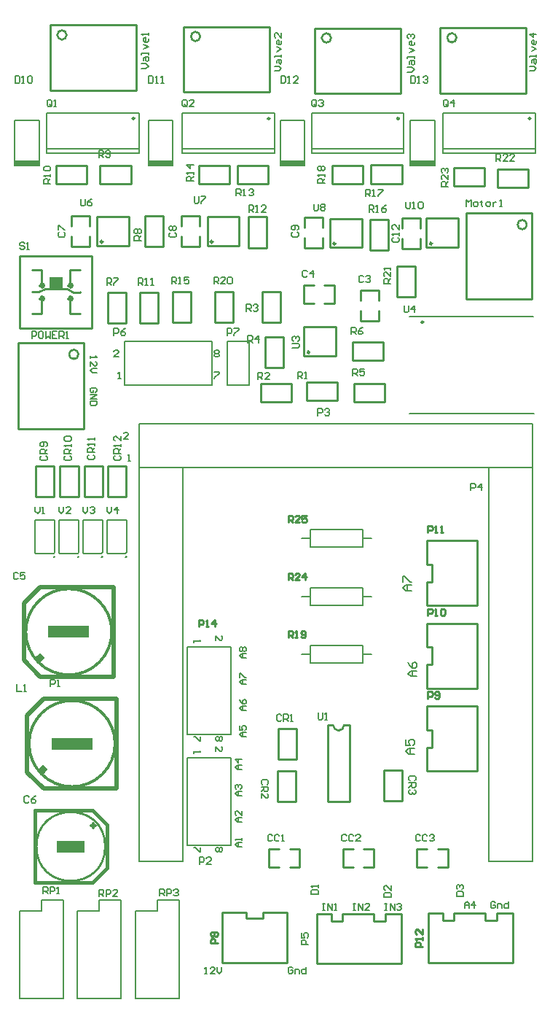
<source format=gto>
G04*
G04 #@! TF.GenerationSoftware,Altium Limited,Altium Designer,18.1.9 (240)*
G04*
G04 Layer_Color=65535*
%FSLAX25Y25*%
%MOIN*%
G70*
G01*
G75*
%ADD10C,0.01000*%
%ADD11C,0.01200*%
%ADD12C,0.00984*%
%ADD13C,0.01800*%
%ADD14C,0.01500*%
%ADD15C,0.00787*%
%ADD16C,0.02000*%
%ADD17C,0.00500*%
%ADD18C,0.01378*%
%ADD19C,0.01968*%
%ADD20C,0.00800*%
%ADD21R,0.12847X0.05510*%
%ADD22R,0.11024X0.03150*%
%ADD23R,0.19069X0.05545*%
%ADD24R,0.06000X0.05200*%
D10*
X12513Y73098D02*
G03*
X12513Y73100I15748J0D01*
G01*
X148300Y128600D02*
G03*
X153300Y128600I2500J0D01*
G01*
X193600Y348664D02*
G03*
X193600Y348664I-566J0D01*
G01*
X53600Y205460D02*
G03*
X53600Y205460I-200J0D01*
G01*
X204736Y442700D02*
G03*
X204736Y442700I-2121J0D01*
G01*
X31721Y298000D02*
G03*
X31721Y298000I-2121J0D01*
G01*
X20700Y205460D02*
G03*
X20700Y205460I-200J0D01*
G01*
X147336Y442600D02*
G03*
X147336Y442600I-2121J0D01*
G01*
X87436Y443300D02*
G03*
X87436Y443300I-2121J0D01*
G01*
X26321Y444000D02*
G03*
X26321Y444000I-2121J0D01*
G01*
X137600Y298964D02*
G03*
X137600Y298964I-566J0D01*
G01*
X149400Y348564D02*
G03*
X149400Y348564I-566J0D01*
G01*
X93300Y349464D02*
G03*
X93300Y349464I-566J0D01*
G01*
X42900D02*
G03*
X42900Y349464I-566J0D01*
G01*
X236921Y357285D02*
G03*
X236921Y357285I-2121J0D01*
G01*
X42633Y205460D02*
G03*
X42633Y205460I-200J0D01*
G01*
X31667D02*
G03*
X31667Y205460I-200J0D01*
G01*
X218000Y39206D02*
X223300D01*
Y42700D01*
X198400Y39206D02*
X203400D01*
X198400D02*
Y42700D01*
X230600Y20000D02*
Y42700D01*
X191700Y20000D02*
Y42700D01*
Y20000D02*
X230600D01*
X191700Y42700D02*
X198400D01*
X223300D02*
X230600D01*
X203400D02*
X218000D01*
Y39206D02*
Y42700D01*
X203400Y39206D02*
Y42700D01*
X186684Y63519D02*
X191338D01*
X196062D02*
X200716D01*
X196062Y71881D02*
X200716D01*
X186684D02*
X191338D01*
X200716Y63519D02*
Y71881D01*
X186684Y63519D02*
Y71881D01*
X185981Y324184D02*
Y338216D01*
X177619Y324184D02*
Y338216D01*
X185981D01*
X177619Y324184D02*
X185981D01*
X32400Y326400D02*
X32500Y326500D01*
X29600Y326400D02*
X32400D01*
X26400Y328100D02*
X29600Y326400D01*
X13500Y326500D02*
X16400Y328100D01*
X10500Y326500D02*
X13500D01*
X15000Y316500D02*
Y322500D01*
X10500Y316500D02*
X15000D01*
X28000D02*
Y322500D01*
Y316500D02*
X32500D01*
X28000Y330500D02*
Y336500D01*
X32500D01*
X10500D02*
X15000D01*
Y329500D02*
Y336500D01*
X16400Y328100D02*
X26400D01*
X5000Y310000D02*
Y343000D01*
X38000D01*
Y310000D02*
Y343000D01*
X5000Y310000D02*
X38000D01*
X145800Y93600D02*
Y128600D01*
Y93600D02*
X155800D01*
Y128600D01*
X153300D02*
X155800D01*
X145800D02*
X148300D01*
X191017Y360164D02*
X205583D01*
X191017Y346987D02*
X205583D01*
X191017D02*
Y360164D01*
X205583Y346987D02*
Y360164D01*
X197272Y417239D02*
Y447161D01*
X236643Y417239D02*
Y447161D01*
X197272D02*
X236643D01*
X197272Y417239D02*
X236643D01*
X193600Y194090D02*
Y202040D01*
X191070Y209920D02*
Y213000D01*
Y202040D02*
Y209920D01*
Y194090D02*
X193600D01*
X191070Y183300D02*
Y194090D01*
Y202040D02*
X193600D01*
X214200Y183300D02*
Y213000D01*
X191070D02*
X214200D01*
X191070Y183300D02*
X214200D01*
X45219Y233084D02*
Y247116D01*
X53581Y233084D02*
Y247116D01*
X45219Y233084D02*
X53581D01*
X45219Y247116D02*
X53581D01*
X179881Y93839D02*
Y107871D01*
X171519Y93839D02*
Y107871D01*
X179881D01*
X171519Y93839D02*
X179881D01*
X108390Y40400D02*
X116340D01*
X124220Y42930D02*
X127300D01*
X116340D02*
X124220D01*
X108390Y40400D02*
Y42930D01*
X97600D02*
X108390D01*
X116340Y40400D02*
Y42930D01*
X97600Y19800D02*
X127300D01*
Y42930D01*
X97600Y19800D02*
Y42930D01*
X34419Y233084D02*
Y247116D01*
X42781Y233084D02*
Y247116D01*
X34419Y233084D02*
X42781D01*
X34419Y247116D02*
X42781D01*
X12319Y232884D02*
Y246916D01*
X20681Y232884D02*
Y246916D01*
X12319Y232884D02*
X20681D01*
X12319Y246916D02*
X20681D01*
X23352Y233084D02*
Y247116D01*
X31714Y233084D02*
Y247116D01*
X23352Y233084D02*
X31714D01*
X23352Y247116D02*
X31714D01*
X167000Y38906D02*
X172300D01*
Y42400D01*
X147400Y38906D02*
X152400D01*
X147400D02*
Y42400D01*
X179600Y19700D02*
Y42400D01*
X140700Y19700D02*
Y42400D01*
Y19700D02*
X179600D01*
X140700Y42400D02*
X147400D01*
X172300D02*
X179600D01*
X152400D02*
X167000D01*
Y38906D02*
Y42400D01*
X152400Y38906D02*
Y42400D01*
X191070Y107510D02*
X214200D01*
X191070Y137210D02*
X214200D01*
Y107510D02*
Y137210D01*
X191070Y126250D02*
X193600D01*
X191070Y107510D02*
Y118300D01*
X193600D01*
X191070Y126250D02*
Y134130D01*
Y137210D01*
X193600Y118300D02*
Y126250D01*
X191070Y145405D02*
X214200D01*
X191070Y175105D02*
X214200D01*
Y145405D02*
Y175105D01*
X191070Y164145D02*
X193600D01*
X191070Y145405D02*
Y156195D01*
X193600D01*
X191070Y164145D02*
Y172025D01*
Y175105D01*
X193600Y156195D02*
Y164145D01*
X104529Y384381D02*
X118561D01*
X104529Y376019D02*
X118561D01*
X104529D02*
Y384381D01*
X118561Y376019D02*
Y384381D01*
X4139Y263972D02*
Y303343D01*
X34061Y263972D02*
Y303343D01*
X4139Y263972D02*
X34061D01*
X4139Y303343D02*
X34061D01*
X136284Y276919D02*
Y285281D01*
X150316Y276919D02*
Y285281D01*
X136284D02*
X150316D01*
X136284Y276919D02*
X150316D01*
X115284Y276319D02*
Y284681D01*
X129316Y276319D02*
Y284681D01*
X115284D02*
X129316D01*
X115284Y276319D02*
X129316D01*
X139872Y417139D02*
X179243D01*
X139872Y447061D02*
X179243D01*
Y417139D02*
Y447061D01*
X139872Y417139D02*
Y447061D01*
X79972Y417839D02*
X119343D01*
X79972Y447761D02*
X119343D01*
Y417839D02*
Y447761D01*
X79972Y417839D02*
Y447761D01*
X18857Y418539D02*
X58228D01*
X18857Y448461D02*
X58228D01*
Y418539D02*
Y448461D01*
X18857Y418539D02*
Y448461D01*
X115919Y312684D02*
Y326716D01*
X124281Y312684D02*
Y326716D01*
X115919Y312684D02*
X124281D01*
X115919Y326716D02*
X124281D01*
X117119Y291984D02*
X125481D01*
X117119Y306016D02*
X125481D01*
X117119Y291984D02*
Y306016D01*
X125481Y291984D02*
Y306016D01*
X149583Y297287D02*
Y310464D01*
X135017Y297287D02*
Y310464D01*
Y297287D02*
X149583D01*
X135017Y310464D02*
X149583D01*
X62119Y361416D02*
X70481D01*
X62119Y347384D02*
X70481D01*
Y361416D01*
X62119Y347384D02*
Y361416D01*
X109619Y346784D02*
X117981D01*
X109619Y360816D02*
X117981D01*
X109619Y346784D02*
Y360816D01*
X117981Y346784D02*
Y360816D01*
X203484Y375028D02*
X217516D01*
X203484Y383391D02*
X217516D01*
Y375028D02*
Y383391D01*
X203484Y375028D02*
Y383391D01*
X188181Y346284D02*
Y350938D01*
Y355662D02*
Y360316D01*
X179819Y355662D02*
Y360316D01*
Y346284D02*
Y350938D01*
Y360316D02*
X188181D01*
X179819Y346284D02*
X188181D01*
X147984Y376019D02*
X162016D01*
X147984Y384381D02*
X162016D01*
Y376019D02*
Y384381D01*
X147984Y376019D02*
Y384381D01*
X161383Y346887D02*
Y360064D01*
X146817Y346887D02*
Y360064D01*
Y346887D02*
X161383D01*
X146817Y360064D02*
X161383D01*
X165684Y384481D02*
X179716D01*
X165684Y376119D02*
X179716D01*
X165684D02*
Y384481D01*
X179716Y376119D02*
Y384481D01*
X143481Y346584D02*
Y351238D01*
Y355962D02*
Y360616D01*
X135119Y355962D02*
Y360616D01*
Y346584D02*
Y351238D01*
Y360616D02*
X143481D01*
X135119Y346584D02*
X143481D01*
X86839Y376019D02*
X100871D01*
X86839Y384381D02*
X100871D01*
Y376019D02*
Y384381D01*
X86839Y376019D02*
Y384381D01*
X105283Y347787D02*
Y360964D01*
X90717Y347787D02*
Y360964D01*
Y347787D02*
X105283D01*
X90717Y360964D02*
X105283D01*
X87081Y347384D02*
Y352038D01*
Y356762D02*
Y361416D01*
X78719Y356762D02*
Y361416D01*
Y347384D02*
Y352038D01*
Y361416D02*
X87081D01*
X78719Y347384D02*
X87081D01*
X21484Y376019D02*
X35516D01*
X21484Y384381D02*
X35516D01*
Y376019D02*
Y384381D01*
X21484Y376019D02*
Y384381D01*
X54883Y347787D02*
Y360964D01*
X40317Y347787D02*
Y360964D01*
Y347787D02*
X54883D01*
X40317Y360964D02*
X54883D01*
X36881Y347284D02*
Y351938D01*
Y356662D02*
Y361316D01*
X28519Y356662D02*
Y361316D01*
Y347284D02*
Y351938D01*
Y361316D02*
X36881D01*
X28519Y347284D02*
X36881D01*
X134884Y321319D02*
Y329681D01*
X148916Y321319D02*
Y329681D01*
X134884D02*
X139538D01*
X144262D02*
X148916D01*
X144262Y321319D02*
X148916D01*
X134884D02*
X139538D01*
X160719Y313339D02*
X169081D01*
X160719Y327371D02*
X169081D01*
X160719Y313339D02*
Y317993D01*
Y322717D02*
Y327371D01*
X169081Y322717D02*
Y327371D01*
Y313339D02*
Y317993D01*
X209339Y362628D02*
X239261D01*
X209339Y323257D02*
X239261D01*
Y362628D01*
X209339Y323257D02*
Y362628D01*
X152834Y63519D02*
Y71881D01*
X166866Y63519D02*
Y71881D01*
X152834D02*
X157488D01*
X162212D02*
X166866D01*
X162212Y63519D02*
X166866D01*
X152834D02*
X157488D01*
X118984D02*
Y71881D01*
X133016Y63519D02*
Y71881D01*
X118984D02*
X123638D01*
X128362D02*
X133016D01*
X128362Y63519D02*
X133016D01*
X118984D02*
X123638D01*
X123119Y126871D02*
X131481D01*
X123119Y112839D02*
X131481D01*
Y126871D01*
X123119Y112839D02*
Y126871D01*
X122919Y93739D02*
X131281D01*
X122919Y107771D02*
X131281D01*
X122919Y93739D02*
Y107771D01*
X131281Y93739D02*
Y107771D01*
X157184Y295219D02*
X171216D01*
X157184Y303581D02*
X171216D01*
Y295219D02*
Y303581D01*
X157184Y295219D02*
Y303581D01*
X157884Y276319D02*
X171916D01*
X157884Y284681D02*
X171916D01*
Y276319D02*
Y284681D01*
X157884Y276319D02*
Y284681D01*
X45319Y326171D02*
X53681D01*
X45319Y312139D02*
X53681D01*
Y326171D01*
X45319Y312139D02*
Y326171D01*
X55716Y376019D02*
Y384381D01*
X41684Y376019D02*
Y384381D01*
Y376019D02*
X55716D01*
X41684Y384381D02*
X55716D01*
X59819Y326171D02*
X68181D01*
X59819Y312139D02*
X68181D01*
Y326171D01*
X59819Y312139D02*
Y326171D01*
X237516Y374419D02*
Y382781D01*
X223484Y374419D02*
Y382781D01*
Y374419D02*
X237516D01*
X223484Y382781D02*
X237516D01*
X94319Y326671D02*
X102681D01*
X94319Y312639D02*
X102681D01*
Y326671D01*
X94319Y312639D02*
Y326671D01*
X74986D02*
X83348D01*
X74986Y312639D02*
X83348D01*
Y326671D01*
X74986Y312639D02*
Y326671D01*
X173681Y345484D02*
Y359516D01*
X165319Y345484D02*
Y359516D01*
X173681D01*
X165319Y345484D02*
X173681D01*
X127700Y221200D02*
Y224349D01*
X129274D01*
X129799Y223824D01*
Y222774D01*
X129274Y222250D01*
X127700D01*
X128750D02*
X129799Y221200D01*
X132948D02*
X130849D01*
X132948Y223299D01*
Y223824D01*
X132423Y224349D01*
X131373D01*
X130849Y223824D01*
X136096Y224349D02*
X133997D01*
Y222774D01*
X135047Y223299D01*
X135572D01*
X136096Y222774D01*
Y221725D01*
X135572Y221200D01*
X134522D01*
X133997Y221725D01*
X127700Y194800D02*
Y197949D01*
X129274D01*
X129799Y197424D01*
Y196374D01*
X129274Y195850D01*
X127700D01*
X128750D02*
X129799Y194800D01*
X132948D02*
X130849D01*
X132948Y196899D01*
Y197424D01*
X132423Y197949D01*
X131373D01*
X130849Y197424D01*
X135572Y194800D02*
Y197949D01*
X133997Y196374D01*
X136096D01*
X127800Y168500D02*
Y171649D01*
X129374D01*
X129899Y171124D01*
Y170074D01*
X129374Y169550D01*
X127800D01*
X128849D02*
X129899Y168500D01*
X130949D02*
X131998D01*
X131473D01*
Y171649D01*
X130949Y171124D01*
X133572Y169025D02*
X134097Y168500D01*
X135147D01*
X135671Y169025D01*
Y171124D01*
X135147Y171649D01*
X134097D01*
X133572Y171124D01*
Y170599D01*
X134097Y170074D01*
X135671D01*
X86900Y173500D02*
Y176649D01*
X88474D01*
X88999Y176124D01*
Y175074D01*
X88474Y174549D01*
X86900D01*
X90049Y173500D02*
X91098D01*
X90573D01*
Y176649D01*
X90049Y176124D01*
X94247Y173500D02*
Y176649D01*
X92672Y175074D01*
X94771D01*
X191600Y216500D02*
Y219649D01*
X193174D01*
X193699Y219124D01*
Y218074D01*
X193174Y217549D01*
X191600D01*
X194749Y216500D02*
X195798D01*
X195273D01*
Y219649D01*
X194749Y219124D01*
X197372Y216500D02*
X198422D01*
X197897D01*
Y219649D01*
X197372Y219124D01*
X189100Y27300D02*
X185951D01*
Y28874D01*
X186476Y29399D01*
X187526D01*
X188050Y28874D01*
Y27300D01*
X189100Y30449D02*
Y31498D01*
Y30973D01*
X185951D01*
X186476Y30449D01*
X189100Y35171D02*
Y33072D01*
X187001Y35171D01*
X186476D01*
X185951Y34647D01*
Y33597D01*
X186476Y33072D01*
X191600Y178600D02*
Y181749D01*
X193174D01*
X193699Y181224D01*
Y180174D01*
X193174Y179649D01*
X191600D01*
X194749Y178600D02*
X195798D01*
X195273D01*
Y181749D01*
X194749Y181224D01*
X197372D02*
X197897Y181749D01*
X198947D01*
X199471Y181224D01*
Y179125D01*
X198947Y178600D01*
X197897D01*
X197372Y179125D01*
Y181224D01*
X191600Y140700D02*
Y143849D01*
X193174D01*
X193699Y143324D01*
Y142274D01*
X193174Y141750D01*
X191600D01*
X194749Y141225D02*
X195273Y140700D01*
X196323D01*
X196848Y141225D01*
Y143324D01*
X196323Y143849D01*
X195273D01*
X194749Y143324D01*
Y142799D01*
X195273Y142274D01*
X196848D01*
X95400Y28800D02*
X92251D01*
Y30374D01*
X92776Y30899D01*
X93826D01*
X94350Y30374D01*
Y28800D01*
X92776Y31949D02*
X92251Y32473D01*
Y33523D01*
X92776Y34048D01*
X93301D01*
X93826Y33523D01*
X94350Y34048D01*
X94875D01*
X95400Y33523D01*
Y32473D01*
X94875Y31949D01*
X94350D01*
X93826Y32473D01*
X93301Y31949D01*
X92776D01*
X93826Y32473D02*
Y33523D01*
D11*
X48496Y120100D02*
G03*
X48496Y120100I-19685J0D01*
G01*
X47016Y171200D02*
G03*
X47016Y171200I-19685J0D01*
G01*
D12*
X238696Y405824D02*
G03*
X238696Y405824I-492J0D01*
G01*
X189592Y312792D02*
G03*
X189592Y312792I-492J0D01*
G01*
X119296Y405824D02*
G03*
X119296Y405824I-492J0D01*
G01*
X57396D02*
G03*
X57396Y405824I-492J0D01*
G01*
X178496D02*
G03*
X178496Y405824I-492J0D01*
G01*
D13*
X15707Y329500D02*
G03*
X15707Y329500I-707J0D01*
G01*
X28707D02*
G03*
X28707Y329500I-707J0D01*
G01*
Y323500D02*
G03*
X28707Y323500I-707J0D01*
G01*
X15707D02*
G03*
X15707Y323500I-707J0D01*
G01*
D14*
X11730Y56571D02*
Y89711D01*
X38111Y56571D02*
X44801Y63261D01*
X38111Y89711D02*
X44801Y83021D01*
Y63261D02*
Y83021D01*
X38111Y56571D02*
X44801Y63261D01*
X11730Y56571D02*
X38111D01*
X11730Y89711D02*
X38111D01*
D15*
X183688Y384167D02*
Y405033D01*
X194712Y384167D02*
Y405033D01*
X183688D02*
X194712D01*
X219400Y66300D02*
X239400D01*
X219400Y246300D02*
X239400D01*
Y66300D02*
Y246300D01*
X219400Y66300D02*
Y246300D01*
X109700Y283800D02*
Y303800D01*
X99700D02*
X109700D01*
X99700Y283800D02*
Y303800D01*
Y283800D02*
X109700D01*
X198637Y391848D02*
X240763D01*
X198637Y389880D02*
X240763D01*
X198637Y408383D02*
X240763D01*
Y389880D02*
Y408383D01*
X198637Y389880D02*
Y408383D01*
X58000Y3500D02*
Y43500D01*
X68000D01*
Y48500D01*
X78000D01*
Y3500D02*
Y48500D01*
X58000Y3500D02*
X78000D01*
X183226Y270950D02*
X240116D01*
X183100Y315300D02*
X239990D01*
X53828Y208654D02*
Y222434D01*
X44772Y208654D02*
Y222434D01*
X53828D01*
Y207487D02*
Y208654D01*
X53300Y206960D02*
X53828Y207487D01*
X45200Y206960D02*
X53300D01*
X44772Y207387D02*
X45200Y206960D01*
X44772Y207387D02*
Y208654D01*
X81500Y124400D02*
X101500D01*
X81500Y164400D02*
X101500D01*
Y124400D02*
Y164400D01*
X81500Y124400D02*
Y164400D01*
X161900Y213800D02*
X165900D01*
X133900D02*
X137900D01*
Y209800D02*
X161900D01*
Y217800D01*
X137900D02*
X161900D01*
X137900Y209800D02*
Y217800D01*
X138000Y157100D02*
Y165100D01*
X162000D01*
Y157100D02*
Y165100D01*
X138000Y157100D02*
X162000D01*
X134000Y161100D02*
X138000D01*
X162000D02*
X166000D01*
X137900Y183450D02*
Y191450D01*
X161900D01*
Y183450D02*
Y191450D01*
X137900Y183450D02*
X161900D01*
X133900Y187450D02*
X137900D01*
X161900D02*
X165900D01*
X4700Y3500D02*
X24700D01*
Y48500D01*
X14700D02*
X24700D01*
X14700Y43500D02*
Y48500D01*
X4700Y43500D02*
X14700D01*
X4700Y3500D02*
Y43500D01*
X31350Y3500D02*
X51350D01*
Y48500D01*
X41350D02*
X51350D01*
X41350Y43500D02*
Y48500D01*
X31350Y43500D02*
X41350D01*
X31350Y3500D02*
Y43500D01*
X20928Y208654D02*
Y222434D01*
X11872Y208654D02*
Y222434D01*
X20928D01*
Y207487D02*
Y208654D01*
X20400Y206960D02*
X20928Y207487D01*
X12300Y206960D02*
X20400D01*
X11872Y207387D02*
X12300Y206960D01*
X11872Y207387D02*
Y208654D01*
X239400Y246300D02*
Y266300D01*
X59400Y246300D02*
Y266300D01*
X239400D01*
X59400Y246300D02*
X239400D01*
X124288Y405033D02*
X135312D01*
Y384167D02*
Y405033D01*
X124288Y384167D02*
Y405033D01*
X2688D02*
X13712D01*
Y384167D02*
Y405033D01*
X2688Y384167D02*
Y405033D01*
X79400Y66300D02*
Y246300D01*
X59400Y66300D02*
Y246300D01*
Y66300D02*
X79400D01*
X59400Y246300D02*
X79400D01*
X63788Y405033D02*
X74812D01*
Y384167D02*
Y405033D01*
X63788Y384167D02*
Y405033D01*
X79237Y389880D02*
Y408383D01*
X121363Y389880D02*
Y408383D01*
X79237D02*
X121363D01*
X79237Y389880D02*
X121363D01*
X79237Y391848D02*
X121363D01*
X17337Y389880D02*
Y408383D01*
X59463Y389880D02*
Y408383D01*
X17337D02*
X59463D01*
X17337Y389880D02*
X59463D01*
X17337Y391848D02*
X59463D01*
X138437Y389880D02*
Y408383D01*
X180563Y389880D02*
Y408383D01*
X138437D02*
X180563D01*
X138437Y389880D02*
X180563D01*
X138437Y391848D02*
X180563D01*
X81500Y73700D02*
Y113700D01*
X101500Y73700D02*
Y113700D01*
X81500D02*
X101500D01*
X81500Y73700D02*
X101500D01*
X53000Y283800D02*
X93000D01*
X53000Y303800D02*
X93000D01*
X53000Y283800D02*
Y303800D01*
X93000Y283800D02*
Y303800D01*
X33806Y207387D02*
Y208654D01*
Y207387D02*
X34233Y206960D01*
X42333D01*
X42861Y207487D01*
Y208654D01*
X33806Y222434D02*
X42861D01*
X33806Y208654D02*
Y222434D01*
X42861Y208654D02*
Y222434D01*
X22839Y207387D02*
Y208654D01*
Y207387D02*
X23267Y206960D01*
X31367D01*
X31894Y207487D01*
Y208654D01*
X22839Y222434D02*
X31894D01*
X22839Y208654D02*
Y222434D01*
X31894Y208654D02*
Y222434D01*
D16*
X49274Y99623D02*
Y140572D01*
X8339Y133114D02*
X15809Y140585D01*
X8339Y107094D02*
X15809Y99623D01*
X49274D01*
X15822Y140572D02*
X49274D01*
X8339Y107094D02*
Y133114D01*
X6858Y158194D02*
Y184214D01*
X14342Y191672D02*
X47794D01*
X14329Y150723D02*
X47794D01*
X6858Y158194D02*
X14329Y150723D01*
X6858Y184214D02*
X14329Y191685D01*
X47794Y150723D02*
Y191672D01*
D17*
X108400Y123200D02*
X106401D01*
X105401Y124200D01*
X106401Y125199D01*
X108400D01*
X106901D01*
Y123200D01*
X105401Y128198D02*
Y126199D01*
X106901D01*
X106401Y127199D01*
Y127699D01*
X106901Y128198D01*
X107900D01*
X108400Y127699D01*
Y126699D01*
X107900Y126199D01*
X108400Y135196D02*
X106401D01*
X105401Y136196D01*
X106401Y137196D01*
X108400D01*
X106901D01*
Y135196D01*
X105401Y140194D02*
X105901Y139195D01*
X106901Y138195D01*
X107900D01*
X108400Y138695D01*
Y139695D01*
X107900Y140194D01*
X107400D01*
X106901Y139695D01*
Y138195D01*
X108400Y147192D02*
X106401D01*
X105401Y148192D01*
X106401Y149192D01*
X108400D01*
X106901D01*
Y147192D01*
X105401Y150191D02*
Y152191D01*
X105901D01*
X107900Y150191D01*
X108400D01*
Y159188D02*
X106401D01*
X105401Y160188D01*
X106401Y161188D01*
X108400D01*
X106901D01*
Y159188D01*
X105901Y162187D02*
X105401Y162687D01*
Y163687D01*
X105901Y164187D01*
X106401D01*
X106901Y163687D01*
X107400Y164187D01*
X107900D01*
X108400Y163687D01*
Y162687D01*
X107900Y162187D01*
X107400D01*
X106901Y162687D01*
X106401Y162187D01*
X105901D01*
X106901Y162687D02*
Y163687D01*
X37100Y297200D02*
Y296200D01*
Y296700D01*
X40099D01*
X39599Y297200D01*
X37100Y292702D02*
Y294701D01*
X39099Y292702D01*
X39599D01*
X40099Y293201D01*
Y294201D01*
X39599Y294701D01*
X40099Y291702D02*
X38100D01*
X37100Y290702D01*
X38100Y289702D01*
X40099D01*
X39599Y280705D02*
X40099Y281205D01*
Y282205D01*
X39599Y282705D01*
X37600D01*
X37100Y282205D01*
Y281205D01*
X37600Y280705D01*
X38600D01*
Y281705D01*
X37100Y279706D02*
X40099D01*
X37100Y277706D01*
X40099D01*
Y276707D02*
X37100D01*
Y275207D01*
X37600Y274707D01*
X39599D01*
X40099Y275207D01*
Y276707D01*
X208500Y44800D02*
Y46799D01*
X209500Y47799D01*
X210499Y46799D01*
Y44800D01*
Y46299D01*
X208500D01*
X212999Y44800D02*
Y47799D01*
X211499Y46299D01*
X213498D01*
X222496Y47299D02*
X221996Y47799D01*
X220996D01*
X220496Y47299D01*
Y45300D01*
X220996Y44800D01*
X221996D01*
X222496Y45300D01*
Y46299D01*
X221496D01*
X223495Y44800D02*
Y46799D01*
X224995D01*
X225495Y46299D01*
Y44800D01*
X228493Y47799D02*
Y44800D01*
X226994D01*
X226494Y45300D01*
Y46299D01*
X226994Y46799D01*
X228493D01*
X143400Y46999D02*
X144400D01*
X143900D01*
Y44000D01*
X143400D01*
X144400D01*
X145899D02*
Y46999D01*
X147898Y44000D01*
Y46999D01*
X148898Y44000D02*
X149898D01*
X149398D01*
Y46999D01*
X148898Y46499D01*
X157396Y46999D02*
X158395D01*
X157895D01*
Y44000D01*
X157396D01*
X158395D01*
X159895D02*
Y46999D01*
X161894Y44000D01*
Y46999D01*
X164893Y44000D02*
X162894D01*
X164893Y45999D01*
Y46499D01*
X164393Y46999D01*
X163393D01*
X162894Y46499D01*
X171891Y46999D02*
X172890D01*
X172391D01*
Y44000D01*
X171891D01*
X172890D01*
X174390D02*
Y46999D01*
X176389Y44000D01*
Y46999D01*
X177389Y46499D02*
X177889Y46999D01*
X178888D01*
X179388Y46499D01*
Y45999D01*
X178888Y45500D01*
X178389D01*
X178888D01*
X179388Y45000D01*
Y44500D01*
X178888Y44000D01*
X177889D01*
X177389Y44500D01*
X185500Y115300D02*
X182876D01*
X181564Y116612D01*
X182876Y117924D01*
X185500D01*
X183532D01*
Y115300D01*
X181564Y121860D02*
Y119236D01*
X183532D01*
X182876Y120548D01*
Y121204D01*
X183532Y121860D01*
X184844D01*
X185500Y121204D01*
Y119892D01*
X184844Y119236D01*
X186500Y150800D02*
X183876D01*
X182564Y152112D01*
X183876Y153424D01*
X186500D01*
X184532D01*
Y150800D01*
X182564Y157360D02*
X183220Y156048D01*
X184532Y154736D01*
X185844D01*
X186500Y155392D01*
Y156704D01*
X185844Y157360D01*
X185188D01*
X184532Y156704D01*
Y154736D01*
X184100Y190100D02*
X181476D01*
X180164Y191412D01*
X181476Y192724D01*
X184100D01*
X182132D01*
Y190100D01*
X180164Y194036D02*
Y196660D01*
X180820D01*
X183444Y194036D01*
X184100D01*
X106400Y72900D02*
X104401D01*
X103401Y73900D01*
X104401Y74899D01*
X106400D01*
X104901D01*
Y72900D01*
X106400Y75899D02*
Y76899D01*
Y76399D01*
X103401D01*
X103901Y75899D01*
X106400Y84396D02*
X104401D01*
X103401Y85396D01*
X104401Y86396D01*
X106400D01*
X104901D01*
Y84396D01*
X106400Y89395D02*
Y87395D01*
X104401Y89395D01*
X103901D01*
X103401Y88895D01*
Y87895D01*
X103901Y87395D01*
X106400Y96392D02*
X104401D01*
X103401Y97392D01*
X104401Y98392D01*
X106400D01*
X104901D01*
Y96392D01*
X103901Y99391D02*
X103401Y99891D01*
Y100891D01*
X103901Y101391D01*
X104401D01*
X104901Y100891D01*
Y100391D01*
Y100891D01*
X105400Y101391D01*
X105900D01*
X106400Y100891D01*
Y99891D01*
X105900Y99391D01*
X106400Y108388D02*
X104401D01*
X103401Y109388D01*
X104401Y110388D01*
X106400D01*
X104901D01*
Y108388D01*
X106400Y112887D02*
X103401D01*
X104901Y111388D01*
Y113387D01*
X129799Y17599D02*
X129299Y18099D01*
X128300D01*
X127800Y17599D01*
Y15600D01*
X128300Y15100D01*
X129299D01*
X129799Y15600D01*
Y16600D01*
X128800D01*
X130799Y15100D02*
Y17099D01*
X132299D01*
X132798Y16600D01*
Y15100D01*
X135797Y18099D02*
Y15100D01*
X134298D01*
X133798Y15600D01*
Y16600D01*
X134298Y17099D01*
X135797D01*
X89600Y14900D02*
X90600D01*
X90100D01*
Y17899D01*
X89600Y17399D01*
X94099Y14900D02*
X92099D01*
X94099Y16899D01*
Y17399D01*
X93599Y17899D01*
X92599D01*
X92099Y17399D01*
X95098Y17899D02*
Y15900D01*
X96098Y14900D01*
X97098Y15900D01*
Y17899D01*
X54499Y259300D02*
X52400D01*
X54499Y261399D01*
Y261924D01*
X53974Y262449D01*
X52925D01*
X52400Y261924D01*
X54400Y249300D02*
X55449D01*
X54925D01*
Y252449D01*
X54400Y251924D01*
X94500Y116601D02*
Y118700D01*
X96599Y116601D01*
X97124D01*
X97649Y117126D01*
Y118175D01*
X97124Y118700D01*
X84500Y116700D02*
Y115650D01*
Y116175D01*
X87649D01*
X87124Y116700D01*
X87649Y72700D02*
Y70601D01*
X87124D01*
X85025Y72700D01*
X84500D01*
X97124D02*
X97649Y72175D01*
Y71126D01*
X97124Y70601D01*
X96599D01*
X96074Y71126D01*
X95549Y70601D01*
X95025D01*
X94500Y71126D01*
Y72175D01*
X95025Y72700D01*
X95549D01*
X96074Y72175D01*
X96599Y72700D01*
X97124D01*
X96074Y72175D02*
Y71126D01*
X50099Y296800D02*
X48000D01*
X50099Y298899D01*
Y299424D01*
X49574Y299949D01*
X48525D01*
X48000Y299424D01*
X50000Y286800D02*
X51050D01*
X50525D01*
Y289949D01*
X50000Y289424D01*
X94000Y289949D02*
X96099D01*
Y289424D01*
X94000Y287325D01*
Y286800D01*
Y299424D02*
X94525Y299949D01*
X95574D01*
X96099Y299424D01*
Y298899D01*
X95574Y298374D01*
X96099Y297849D01*
Y297325D01*
X95574Y296800D01*
X94525D01*
X94000Y297325D01*
Y297849D01*
X94525Y298374D01*
X94000Y298899D01*
Y299424D01*
X94525Y298374D02*
X95574D01*
X48476Y251699D02*
X47951Y251174D01*
Y250125D01*
X48476Y249600D01*
X50575D01*
X51100Y250125D01*
Y251174D01*
X50575Y251699D01*
X51100Y252749D02*
X47951D01*
Y254323D01*
X48476Y254848D01*
X49526D01*
X50050Y254323D01*
Y252749D01*
Y253798D02*
X51100Y254848D01*
Y255897D02*
Y256947D01*
Y256422D01*
X47951D01*
X48476Y255897D01*
X51100Y260620D02*
Y258521D01*
X49001Y260620D01*
X48476D01*
X47951Y260095D01*
Y259046D01*
X48476Y258521D01*
X238151Y427600D02*
X240250D01*
X241300Y428650D01*
X240250Y429699D01*
X238151D01*
X239201Y431273D02*
Y432323D01*
X239726Y432848D01*
X241300D01*
Y431273D01*
X240775Y430749D01*
X240250Y431273D01*
Y432848D01*
X241300Y433897D02*
Y434947D01*
Y434422D01*
X238151D01*
Y433897D01*
X239201Y436521D02*
X241300Y437570D01*
X239201Y438620D01*
X241300Y441244D02*
Y440194D01*
X240775Y439670D01*
X239726D01*
X239201Y440194D01*
Y441244D01*
X239726Y441769D01*
X240250D01*
Y439670D01*
X241300Y444392D02*
X238151D01*
X239726Y442818D01*
Y444917D01*
X182251Y427100D02*
X184351D01*
X185400Y428150D01*
X184351Y429199D01*
X182251D01*
X183301Y430773D02*
Y431823D01*
X183826Y432348D01*
X185400D01*
Y430773D01*
X184875Y430249D01*
X184351Y430773D01*
Y432348D01*
X185400Y433397D02*
Y434447D01*
Y433922D01*
X182251D01*
Y433397D01*
X183301Y436021D02*
X185400Y437071D01*
X183301Y438120D01*
X185400Y440744D02*
Y439694D01*
X184875Y439170D01*
X183826D01*
X183301Y439694D01*
Y440744D01*
X183826Y441269D01*
X184351D01*
Y439170D01*
X182776Y442318D02*
X182251Y442843D01*
Y443892D01*
X182776Y444417D01*
X183301D01*
X183826Y443892D01*
Y443368D01*
Y443892D01*
X184351Y444417D01*
X184875D01*
X185400Y443892D01*
Y442843D01*
X184875Y442318D01*
X121451Y427500D02*
X123550D01*
X124600Y428549D01*
X123550Y429599D01*
X121451D01*
X122501Y431173D02*
Y432223D01*
X123026Y432748D01*
X124600D01*
Y431173D01*
X124075Y430649D01*
X123550Y431173D01*
Y432748D01*
X124600Y433797D02*
Y434847D01*
Y434322D01*
X121451D01*
Y433797D01*
X122501Y436421D02*
X124600Y437470D01*
X122501Y438520D01*
X124600Y441144D02*
Y440094D01*
X124075Y439570D01*
X123026D01*
X122501Y440094D01*
Y441144D01*
X123026Y441669D01*
X123550D01*
Y439570D01*
X124600Y444817D02*
Y442718D01*
X122501Y444817D01*
X121976D01*
X121451Y444292D01*
Y443243D01*
X121976Y442718D01*
X60551Y428700D02*
X62651D01*
X63700Y429749D01*
X62651Y430799D01*
X60551D01*
X61601Y432373D02*
Y433423D01*
X62126Y433948D01*
X63700D01*
Y432373D01*
X63175Y431849D01*
X62651Y432373D01*
Y433948D01*
X63700Y434997D02*
Y436047D01*
Y435522D01*
X60551D01*
Y434997D01*
X61601Y437621D02*
X63700Y438670D01*
X61601Y439720D01*
X63700Y442344D02*
Y441294D01*
X63175Y440770D01*
X62126D01*
X61601Y441294D01*
Y442344D01*
X62126Y442869D01*
X62651D01*
Y440770D01*
X63700Y443918D02*
Y444968D01*
Y444443D01*
X60551D01*
X61076Y443918D01*
X44900Y228449D02*
Y226349D01*
X45950Y225300D01*
X46999Y226349D01*
Y228449D01*
X49623Y225300D02*
Y228449D01*
X48049Y226874D01*
X50148D01*
X33900Y228449D02*
Y226349D01*
X34949Y225300D01*
X35999Y226349D01*
Y228449D01*
X37049Y227924D02*
X37573Y228449D01*
X38623D01*
X39148Y227924D01*
Y227399D01*
X38623Y226874D01*
X38098D01*
X38623D01*
X39148Y226349D01*
Y225825D01*
X38623Y225300D01*
X37573D01*
X37049Y225825D01*
X22900Y228449D02*
Y226349D01*
X23949Y225300D01*
X24999Y226349D01*
Y228449D01*
X28148Y225300D02*
X26049D01*
X28148Y227399D01*
Y227924D01*
X27623Y228449D01*
X26573D01*
X26049Y227924D01*
X12000Y228449D02*
Y226349D01*
X13049Y225300D01*
X14099Y226349D01*
Y228449D01*
X15149Y225300D02*
X16198D01*
X15673D01*
Y228449D01*
X15149Y227924D01*
X181500Y367749D02*
Y365125D01*
X182025Y364600D01*
X183074D01*
X183599Y365125D01*
Y367749D01*
X184649Y364600D02*
X185698D01*
X185173D01*
Y367749D01*
X184649Y367224D01*
X187272D02*
X187797Y367749D01*
X188847D01*
X189372Y367224D01*
Y365125D01*
X188847Y364600D01*
X187797D01*
X187272Y365125D01*
Y367224D01*
X139400Y366749D02*
Y364125D01*
X139925Y363600D01*
X140974D01*
X141499Y364125D01*
Y366749D01*
X142549Y366224D02*
X143073Y366749D01*
X144123D01*
X144648Y366224D01*
Y365699D01*
X144123Y365174D01*
X144648Y364650D01*
Y364125D01*
X144123Y363600D01*
X143073D01*
X142549Y364125D01*
Y364650D01*
X143073Y365174D01*
X142549Y365699D01*
Y366224D01*
X143073Y365174D02*
X144123D01*
X84700Y370149D02*
Y367525D01*
X85225Y367000D01*
X86274D01*
X86799Y367525D01*
Y370149D01*
X87849D02*
X89948D01*
Y369624D01*
X87849Y367525D01*
Y367000D01*
X32700Y369049D02*
Y366425D01*
X33225Y365900D01*
X34274D01*
X34799Y366425D01*
Y369049D01*
X37948D02*
X36898Y368524D01*
X35849Y367474D01*
Y366425D01*
X36373Y365900D01*
X37423D01*
X37948Y366425D01*
Y366950D01*
X37423Y367474D01*
X35849D01*
X180700Y320349D02*
Y317725D01*
X181225Y317200D01*
X182274D01*
X182799Y317725D01*
Y320349D01*
X185423Y317200D02*
Y320349D01*
X183849Y318774D01*
X185948D01*
X129651Y300964D02*
X132275D01*
X132800Y301489D01*
Y302538D01*
X132275Y303063D01*
X129651D01*
X130176Y304112D02*
X129651Y304637D01*
Y305687D01*
X130176Y306211D01*
X130701D01*
X131226Y305687D01*
Y305162D01*
Y305687D01*
X131751Y306211D01*
X132275D01*
X132800Y305687D01*
Y304637D01*
X132275Y304112D01*
X141400Y134149D02*
Y131525D01*
X141925Y131000D01*
X142974D01*
X143499Y131525D01*
Y134149D01*
X144549Y131000D02*
X145598D01*
X145073D01*
Y134149D01*
X144549Y133624D01*
X7099Y348624D02*
X6574Y349149D01*
X5525D01*
X5000Y348624D01*
Y348099D01*
X5525Y347574D01*
X6574D01*
X7099Y347049D01*
Y346525D01*
X6574Y346000D01*
X5525D01*
X5000Y346525D01*
X8149Y346000D02*
X9198D01*
X8673D01*
Y349149D01*
X8149Y348624D01*
X69000Y50500D02*
Y53649D01*
X70574D01*
X71099Y53124D01*
Y52074D01*
X70574Y51550D01*
X69000D01*
X70050D02*
X71099Y50500D01*
X72149D02*
Y53649D01*
X73723D01*
X74248Y53124D01*
Y52074D01*
X73723Y51550D01*
X72149D01*
X75297Y53124D02*
X75822Y53649D01*
X76872D01*
X77396Y53124D01*
Y52599D01*
X76872Y52074D01*
X76347D01*
X76872D01*
X77396Y51550D01*
Y51025D01*
X76872Y50500D01*
X75822D01*
X75297Y51025D01*
X41250Y50300D02*
Y53449D01*
X42824D01*
X43349Y52924D01*
Y51874D01*
X42824Y51350D01*
X41250D01*
X42300D02*
X43349Y50300D01*
X44399D02*
Y53449D01*
X45973D01*
X46498Y52924D01*
Y51874D01*
X45973Y51350D01*
X44399D01*
X49646Y50300D02*
X47547D01*
X49646Y52399D01*
Y52924D01*
X49121Y53449D01*
X48072D01*
X47547Y52924D01*
X15600Y51500D02*
Y54649D01*
X17174D01*
X17699Y54124D01*
Y53074D01*
X17174Y52549D01*
X15600D01*
X16649D02*
X17699Y51500D01*
X18749D02*
Y54649D01*
X20323D01*
X20848Y54124D01*
Y53074D01*
X20323Y52549D01*
X18749D01*
X21897Y51500D02*
X22947D01*
X22422D01*
Y54649D01*
X21897Y54124D01*
X200945Y374710D02*
X197796D01*
Y376284D01*
X198321Y376809D01*
X199371D01*
X199896Y376284D01*
Y374710D01*
Y375759D02*
X200945Y376809D01*
Y379957D02*
Y377858D01*
X198846Y379957D01*
X198321D01*
X197796Y379432D01*
Y378383D01*
X198321Y377858D01*
Y381007D02*
X197796Y381531D01*
Y382581D01*
X198321Y383106D01*
X198846D01*
X199371Y382581D01*
Y382056D01*
Y382581D01*
X199896Y383106D01*
X200420D01*
X200945Y382581D01*
Y381531D01*
X200420Y381007D01*
X222900Y386400D02*
Y389549D01*
X224474D01*
X224999Y389024D01*
Y387974D01*
X224474Y387450D01*
X222900D01*
X223950D02*
X224999Y386400D01*
X228148D02*
X226049D01*
X228148Y388499D01*
Y389024D01*
X227623Y389549D01*
X226573D01*
X226049Y389024D01*
X231296Y386400D02*
X229197D01*
X231296Y388499D01*
Y389024D01*
X230771Y389549D01*
X229722D01*
X229197Y389024D01*
X174600Y330400D02*
X171451D01*
Y331974D01*
X171976Y332499D01*
X173026D01*
X173550Y331974D01*
Y330400D01*
Y331450D02*
X174600Y332499D01*
Y335648D02*
Y333549D01*
X172501Y335648D01*
X171976D01*
X171451Y335123D01*
Y334073D01*
X171976Y333549D01*
X174600Y336697D02*
Y337747D01*
Y337222D01*
X171451D01*
X171976Y336697D01*
X93700Y330200D02*
Y333349D01*
X95274D01*
X95799Y332824D01*
Y331774D01*
X95274Y331249D01*
X93700D01*
X94749D02*
X95799Y330200D01*
X98948D02*
X96849D01*
X98948Y332299D01*
Y332824D01*
X98423Y333349D01*
X97373D01*
X96849Y332824D01*
X99997D02*
X100522Y333349D01*
X101572D01*
X102096Y332824D01*
Y330725D01*
X101572Y330200D01*
X100522D01*
X99997Y330725D01*
Y332824D01*
X144500Y376200D02*
X141351D01*
Y377774D01*
X141876Y378299D01*
X142926D01*
X143450Y377774D01*
Y376200D01*
Y377250D02*
X144500Y378299D01*
Y379349D02*
Y380398D01*
Y379873D01*
X141351D01*
X141876Y379349D01*
Y381972D02*
X141351Y382497D01*
Y383547D01*
X141876Y384071D01*
X142401D01*
X142926Y383547D01*
X143450Y384071D01*
X143975D01*
X144500Y383547D01*
Y382497D01*
X143975Y381972D01*
X143450D01*
X142926Y382497D01*
X142401Y381972D01*
X141876D01*
X142926Y382497D02*
Y383547D01*
X163200Y370200D02*
Y373349D01*
X164774D01*
X165299Y372824D01*
Y371774D01*
X164774Y371250D01*
X163200D01*
X164250D02*
X165299Y370200D01*
X166349D02*
X167398D01*
X166873D01*
Y373349D01*
X166349Y372824D01*
X168972Y373349D02*
X171072D01*
Y372824D01*
X168972Y370725D01*
Y370200D01*
X164700Y363100D02*
Y366249D01*
X166274D01*
X166799Y365724D01*
Y364674D01*
X166274Y364149D01*
X164700D01*
X165750D02*
X166799Y363100D01*
X167849D02*
X168898D01*
X168373D01*
Y366249D01*
X167849Y365724D01*
X172572Y366249D02*
X171522Y365724D01*
X170472Y364674D01*
Y363625D01*
X170997Y363100D01*
X172047D01*
X172572Y363625D01*
Y364149D01*
X172047Y364674D01*
X170472D01*
X74400Y330200D02*
Y333349D01*
X75974D01*
X76499Y332824D01*
Y331774D01*
X75974Y331249D01*
X74400D01*
X75450D02*
X76499Y330200D01*
X77549D02*
X78598D01*
X78073D01*
Y333349D01*
X77549Y332824D01*
X82271Y333349D02*
X80172D01*
Y331774D01*
X81222Y332299D01*
X81747D01*
X82271Y331774D01*
Y330725D01*
X81747Y330200D01*
X80697D01*
X80172Y330725D01*
X84355Y377200D02*
X81206D01*
Y378774D01*
X81731Y379299D01*
X82781D01*
X83306Y378774D01*
Y377200D01*
Y378250D02*
X84355Y379299D01*
Y380349D02*
Y381398D01*
Y380873D01*
X81206D01*
X81731Y380349D01*
X84355Y384547D02*
X81206D01*
X82781Y382972D01*
Y385071D01*
X104000Y370500D02*
Y373649D01*
X105574D01*
X106099Y373124D01*
Y372074D01*
X105574Y371550D01*
X104000D01*
X105050D02*
X106099Y370500D01*
X107149D02*
X108198D01*
X107673D01*
Y373649D01*
X107149Y373124D01*
X109772D02*
X110297Y373649D01*
X111347D01*
X111872Y373124D01*
Y372599D01*
X111347Y372074D01*
X110822D01*
X111347D01*
X111872Y371550D01*
Y371025D01*
X111347Y370500D01*
X110297D01*
X109772Y371025D01*
X109700Y363000D02*
Y366149D01*
X111274D01*
X111799Y365624D01*
Y364574D01*
X111274Y364050D01*
X109700D01*
X110749D02*
X111799Y363000D01*
X112849D02*
X113898D01*
X113373D01*
Y366149D01*
X112849Y365624D01*
X117571Y363000D02*
X115472D01*
X117571Y365099D01*
Y365624D01*
X117047Y366149D01*
X115997D01*
X115472Y365624D01*
X59200Y329700D02*
Y332849D01*
X60774D01*
X61299Y332324D01*
Y331274D01*
X60774Y330750D01*
X59200D01*
X60250D02*
X61299Y329700D01*
X62349D02*
X63398D01*
X62873D01*
Y332849D01*
X62349Y332324D01*
X64972Y329700D02*
X66022D01*
X65497D01*
Y332849D01*
X64972Y332324D01*
X19000Y376110D02*
X15851D01*
Y377684D01*
X16376Y378208D01*
X17426D01*
X17951Y377684D01*
Y376110D01*
Y377159D02*
X19000Y378208D01*
Y379258D02*
Y380308D01*
Y379783D01*
X15851D01*
X16376Y379258D01*
Y381882D02*
X15851Y382407D01*
Y383456D01*
X16376Y383981D01*
X18475D01*
X19000Y383456D01*
Y382407D01*
X18475Y381882D01*
X16376D01*
X41100Y388000D02*
Y391149D01*
X42674D01*
X43199Y390624D01*
Y389574D01*
X42674Y389050D01*
X41100D01*
X42149D02*
X43199Y388000D01*
X44249Y388525D02*
X44773Y388000D01*
X45823D01*
X46348Y388525D01*
Y390624D01*
X45823Y391149D01*
X44773D01*
X44249Y390624D01*
Y390099D01*
X44773Y389574D01*
X46348D01*
X60500Y350100D02*
X57351D01*
Y351674D01*
X57876Y352199D01*
X58926D01*
X59451Y351674D01*
Y350100D01*
Y351150D02*
X60500Y352199D01*
X57876Y353249D02*
X57351Y353773D01*
Y354823D01*
X57876Y355348D01*
X58401D01*
X58926Y354823D01*
X59451Y355348D01*
X59975D01*
X60500Y354823D01*
Y353773D01*
X59975Y353249D01*
X59451D01*
X58926Y353773D01*
X58401Y353249D01*
X57876D01*
X58926Y353773D02*
Y354823D01*
X44700Y329700D02*
Y332849D01*
X46274D01*
X46799Y332324D01*
Y331274D01*
X46274Y330750D01*
X44700D01*
X45750D02*
X46799Y329700D01*
X47849Y332849D02*
X49948D01*
Y332324D01*
X47849Y330225D01*
Y329700D01*
X156600Y307200D02*
Y310349D01*
X158174D01*
X158699Y309824D01*
Y308774D01*
X158174Y308249D01*
X156600D01*
X157650D02*
X158699Y307200D01*
X161848Y310349D02*
X160798Y309824D01*
X159749Y308774D01*
Y307725D01*
X160273Y307200D01*
X161323D01*
X161848Y307725D01*
Y308249D01*
X161323Y308774D01*
X159749D01*
X157300Y288300D02*
Y291449D01*
X158874D01*
X159399Y290924D01*
Y289874D01*
X158874Y289350D01*
X157300D01*
X158350D02*
X159399Y288300D01*
X162548Y291449D02*
X160449D01*
Y289874D01*
X161498Y290399D01*
X162023D01*
X162548Y289874D01*
Y288825D01*
X162023Y288300D01*
X160973D01*
X160449Y288825D01*
X109300Y303400D02*
Y306549D01*
X110874D01*
X111399Y306024D01*
Y304974D01*
X110874Y304450D01*
X109300D01*
X110350D02*
X111399Y303400D01*
X114023D02*
Y306549D01*
X112449Y304974D01*
X114548D01*
X108600Y317755D02*
Y320904D01*
X110174D01*
X110699Y320379D01*
Y319329D01*
X110174Y318805D01*
X108600D01*
X109650D02*
X110699Y317755D01*
X111749Y320379D02*
X112273Y320904D01*
X113323D01*
X113848Y320379D01*
Y319854D01*
X113323Y319329D01*
X112798D01*
X113323D01*
X113848Y318805D01*
Y318280D01*
X113323Y317755D01*
X112273D01*
X111749Y318280D01*
X113900Y286600D02*
Y289749D01*
X115474D01*
X115999Y289224D01*
Y288174D01*
X115474Y287649D01*
X113900D01*
X114950D02*
X115999Y286600D01*
X119148D02*
X117049D01*
X119148Y288699D01*
Y289224D01*
X118623Y289749D01*
X117573D01*
X117049Y289224D01*
X132100Y286900D02*
Y290049D01*
X133674D01*
X134199Y289524D01*
Y288474D01*
X133674Y287949D01*
X132100D01*
X133150D02*
X134199Y286900D01*
X135249D02*
X136298D01*
X135773D01*
Y290049D01*
X135249Y289524D01*
X200799Y411825D02*
Y413924D01*
X200274Y414449D01*
X199225D01*
X198700Y413924D01*
Y411825D01*
X199225Y411300D01*
X200274D01*
X199750Y412350D02*
X200799Y411300D01*
X200274D02*
X200799Y411825D01*
X203423Y411300D02*
Y414449D01*
X201849Y412874D01*
X203948D01*
X140599Y411825D02*
Y413924D01*
X140074Y414449D01*
X139025D01*
X138500Y413924D01*
Y411825D01*
X139025Y411300D01*
X140074D01*
X139550Y412350D02*
X140599Y411300D01*
X140074D02*
X140599Y411825D01*
X141649Y413924D02*
X142173Y414449D01*
X143223D01*
X143748Y413924D01*
Y413399D01*
X143223Y412874D01*
X142698D01*
X143223D01*
X143748Y412350D01*
Y411825D01*
X143223Y411300D01*
X142173D01*
X141649Y411825D01*
X81399D02*
Y413924D01*
X80874Y414449D01*
X79825D01*
X79300Y413924D01*
Y411825D01*
X79825Y411300D01*
X80874D01*
X80349Y412350D02*
X81399Y411300D01*
X80874D02*
X81399Y411825D01*
X84548Y411300D02*
X82449D01*
X84548Y413399D01*
Y413924D01*
X84023Y414449D01*
X82973D01*
X82449Y413924D01*
X19499Y411825D02*
Y413924D01*
X18974Y414449D01*
X17925D01*
X17400Y413924D01*
Y411825D01*
X17925Y411300D01*
X18974D01*
X18450Y412350D02*
X19499Y411300D01*
X18974D02*
X19499Y411825D01*
X20549Y411300D02*
X21598D01*
X21073D01*
Y414449D01*
X20549Y413924D01*
X10400Y305400D02*
Y308549D01*
X11974D01*
X12499Y308024D01*
Y306974D01*
X11974Y306450D01*
X10400D01*
X15123Y308549D02*
X14073D01*
X13549Y308024D01*
Y305925D01*
X14073Y305400D01*
X15123D01*
X15648Y305925D01*
Y308024D01*
X15123Y308549D01*
X16697D02*
Y305400D01*
X17747Y306450D01*
X18796Y305400D01*
Y308549D01*
X21945D02*
X19846D01*
Y305400D01*
X21945D01*
X19846Y306974D02*
X20895D01*
X22994Y305400D02*
Y308549D01*
X24569D01*
X25093Y308024D01*
Y306974D01*
X24569Y306450D01*
X22994D01*
X24044D02*
X25093Y305400D01*
X26143D02*
X27193D01*
X26668D01*
Y308549D01*
X26143Y308024D01*
X99800Y306700D02*
Y309849D01*
X101374D01*
X101899Y309324D01*
Y308274D01*
X101374Y307750D01*
X99800D01*
X102949Y309849D02*
X105048D01*
Y309324D01*
X102949Y307225D01*
Y306700D01*
X48000D02*
Y309849D01*
X49574D01*
X50099Y309324D01*
Y308274D01*
X49574Y307750D01*
X48000D01*
X53248Y309849D02*
X52198Y309324D01*
X51149Y308274D01*
Y307225D01*
X51673Y306700D01*
X52723D01*
X53248Y307225D01*
Y307750D01*
X52723Y308274D01*
X51149D01*
X136900Y28300D02*
X133751D01*
Y29874D01*
X134276Y30399D01*
X135326D01*
X135851Y29874D01*
Y28300D01*
X133751Y33548D02*
Y31449D01*
X135326D01*
X134801Y32498D01*
Y33023D01*
X135326Y33548D01*
X136375D01*
X136900Y33023D01*
Y31973D01*
X136375Y31449D01*
X211300Y235800D02*
Y238949D01*
X212874D01*
X213399Y238424D01*
Y237374D01*
X212874Y236849D01*
X211300D01*
X216023Y235800D02*
Y238949D01*
X214449Y237374D01*
X216548D01*
X141300Y270100D02*
Y273249D01*
X142874D01*
X143399Y272724D01*
Y271674D01*
X142874Y271149D01*
X141300D01*
X144449Y272724D02*
X144973Y273249D01*
X146023D01*
X146548Y272724D01*
Y272199D01*
X146023Y271674D01*
X145498D01*
X146023D01*
X146548Y271149D01*
Y270625D01*
X146023Y270100D01*
X144973D01*
X144449Y270625D01*
X87200Y65000D02*
Y68149D01*
X88774D01*
X89299Y67624D01*
Y66574D01*
X88774Y66049D01*
X87200D01*
X92448Y65000D02*
X90349D01*
X92448Y67099D01*
Y67624D01*
X91923Y68149D01*
X90873D01*
X90349Y67624D01*
X19000Y146300D02*
Y149449D01*
X20574D01*
X21099Y148924D01*
Y147874D01*
X20574Y147350D01*
X19000D01*
X22149Y146300D02*
X23198D01*
X22673D01*
Y149449D01*
X22149Y148924D01*
X209300Y365600D02*
Y368749D01*
X210349Y367699D01*
X211399Y368749D01*
Y365600D01*
X212973D02*
X214023D01*
X214548Y366125D01*
Y367174D01*
X214023Y367699D01*
X212973D01*
X212449Y367174D01*
Y366125D01*
X212973Y365600D01*
X216122Y368224D02*
Y367699D01*
X215597D01*
X216647D01*
X216122D01*
Y366125D01*
X216647Y365600D01*
X218746D02*
X219795D01*
X220320Y366125D01*
Y367174D01*
X219795Y367699D01*
X218746D01*
X218221Y367174D01*
Y366125D01*
X218746Y365600D01*
X221370Y367699D02*
Y365600D01*
Y366650D01*
X221894Y367174D01*
X222419Y367699D01*
X222944D01*
X224518Y365600D02*
X225568D01*
X225043D01*
Y368749D01*
X224518Y368224D01*
X3600Y147249D02*
Y144100D01*
X5699D01*
X6749D02*
X7798D01*
X7273D01*
Y147249D01*
X6749Y146724D01*
X183800Y425149D02*
Y422000D01*
X185374D01*
X185899Y422525D01*
Y424624D01*
X185374Y425149D01*
X183800D01*
X186949Y422000D02*
X187998D01*
X187473D01*
Y425149D01*
X186949Y424624D01*
X189572D02*
X190097Y425149D01*
X191147D01*
X191672Y424624D01*
Y424099D01*
X191147Y423574D01*
X190622D01*
X191147D01*
X191672Y423049D01*
Y422525D01*
X191147Y422000D01*
X190097D01*
X189572Y422525D01*
X124400Y425149D02*
Y422000D01*
X125974D01*
X126499Y422525D01*
Y424624D01*
X125974Y425149D01*
X124400D01*
X127549Y422000D02*
X128598D01*
X128073D01*
Y425149D01*
X127549Y424624D01*
X132272Y422000D02*
X130172D01*
X132272Y424099D01*
Y424624D01*
X131747Y425149D01*
X130697D01*
X130172Y424624D01*
X63900Y425149D02*
Y422000D01*
X65474D01*
X65999Y422525D01*
Y424624D01*
X65474Y425149D01*
X63900D01*
X67049Y422000D02*
X68098D01*
X67573D01*
Y425149D01*
X67049Y424624D01*
X69672Y422000D02*
X70722D01*
X70197D01*
Y425149D01*
X69672Y424624D01*
X2800Y425149D02*
Y422000D01*
X4374D01*
X4899Y422525D01*
Y424624D01*
X4374Y425149D01*
X2800D01*
X5949Y422000D02*
X6998D01*
X6473D01*
Y425149D01*
X5949Y424624D01*
X8572D02*
X9097Y425149D01*
X10147D01*
X10672Y424624D01*
Y422525D01*
X10147Y422000D01*
X9097D01*
X8572Y422525D01*
Y424624D01*
X204719Y50371D02*
X207868D01*
Y51946D01*
X207343Y52470D01*
X205244D01*
X204719Y51946D01*
Y50371D01*
X205244Y53520D02*
X204719Y54045D01*
Y55094D01*
X205244Y55619D01*
X205768D01*
X206293Y55094D01*
Y54570D01*
Y55094D01*
X206818Y55619D01*
X207343D01*
X207868Y55094D01*
Y54045D01*
X207343Y53520D01*
X171602Y49886D02*
X174751D01*
Y51460D01*
X174226Y51985D01*
X172127D01*
X171602Y51460D01*
Y49886D01*
X174751Y55133D02*
Y53034D01*
X172652Y55133D01*
X172127D01*
X171602Y54609D01*
Y53559D01*
X172127Y53034D01*
X138285Y51300D02*
X141434D01*
Y52874D01*
X140909Y53399D01*
X138810D01*
X138285Y52874D01*
Y51300D01*
X141434Y54449D02*
Y55498D01*
Y54973D01*
X138285D01*
X138810Y54449D01*
X36476Y252099D02*
X35951Y251574D01*
Y250525D01*
X36476Y250000D01*
X38575D01*
X39100Y250525D01*
Y251574D01*
X38575Y252099D01*
X39100Y253149D02*
X35951D01*
Y254723D01*
X36476Y255248D01*
X37526D01*
X38050Y254723D01*
Y253149D01*
Y254198D02*
X39100Y255248D01*
Y256297D02*
Y257347D01*
Y256822D01*
X35951D01*
X36476Y256297D01*
X39100Y258921D02*
Y259970D01*
Y259446D01*
X35951D01*
X36476Y258921D01*
X25876Y251599D02*
X25351Y251074D01*
Y250025D01*
X25876Y249500D01*
X27975D01*
X28500Y250025D01*
Y251074D01*
X27975Y251599D01*
X28500Y252649D02*
X25351D01*
Y254223D01*
X25876Y254748D01*
X26926D01*
X27450Y254223D01*
Y252649D01*
Y253698D02*
X28500Y254748D01*
Y255797D02*
Y256847D01*
Y256322D01*
X25351D01*
X25876Y255797D01*
Y258421D02*
X25351Y258946D01*
Y259995D01*
X25876Y260520D01*
X27975D01*
X28500Y259995D01*
Y258946D01*
X27975Y258421D01*
X25876D01*
X14876Y251599D02*
X14351Y251074D01*
Y250025D01*
X14876Y249500D01*
X16975D01*
X17500Y250025D01*
Y251074D01*
X16975Y251599D01*
X17500Y252649D02*
X14351D01*
Y254223D01*
X14876Y254748D01*
X15926D01*
X16451Y254223D01*
Y252649D01*
Y253698D02*
X17500Y254748D01*
X16975Y255797D02*
X17500Y256322D01*
Y257371D01*
X16975Y257896D01*
X14876D01*
X14351Y257371D01*
Y256322D01*
X14876Y255797D01*
X15401D01*
X15926Y256322D01*
Y257896D01*
X185624Y103256D02*
X186149Y103781D01*
Y104830D01*
X185624Y105355D01*
X183525D01*
X183000Y104830D01*
Y103781D01*
X183525Y103256D01*
X183000Y102206D02*
X186149D01*
Y100632D01*
X185624Y100107D01*
X184574D01*
X184049Y100632D01*
Y102206D01*
Y101157D02*
X183000Y100107D01*
X185624Y99058D02*
X186149Y98533D01*
Y97483D01*
X185624Y96959D01*
X185099D01*
X184574Y97483D01*
Y98008D01*
Y97483D01*
X184049Y96959D01*
X183525D01*
X183000Y97483D01*
Y98533D01*
X183525Y99058D01*
X118024Y101456D02*
X118549Y101981D01*
Y103030D01*
X118024Y103555D01*
X115925D01*
X115400Y103030D01*
Y101981D01*
X115925Y101456D01*
X115400Y100406D02*
X118549D01*
Y98832D01*
X118024Y98307D01*
X116974D01*
X116449Y98832D01*
Y100406D01*
Y99357D02*
X115400Y98307D01*
Y95159D02*
Y97258D01*
X117499Y95159D01*
X118024D01*
X118549Y95683D01*
Y96733D01*
X118024Y97258D01*
X124599Y133024D02*
X124074Y133549D01*
X123025D01*
X122500Y133024D01*
Y130925D01*
X123025Y130400D01*
X124074D01*
X124599Y130925D01*
X125649Y130400D02*
Y133549D01*
X127223D01*
X127748Y133024D01*
Y131974D01*
X127223Y131449D01*
X125649D01*
X126698D02*
X127748Y130400D01*
X128797D02*
X129847D01*
X129322D01*
Y133549D01*
X128797Y133024D01*
X188199Y78124D02*
X187674Y78649D01*
X186625D01*
X186100Y78124D01*
Y76025D01*
X186625Y75500D01*
X187674D01*
X188199Y76025D01*
X191348Y78124D02*
X190823Y78649D01*
X189773D01*
X189249Y78124D01*
Y76025D01*
X189773Y75500D01*
X190823D01*
X191348Y76025D01*
X192397Y78124D02*
X192922Y78649D01*
X193972D01*
X194496Y78124D01*
Y77599D01*
X193972Y77074D01*
X193447D01*
X193972D01*
X194496Y76550D01*
Y76025D01*
X193972Y75500D01*
X192922D01*
X192397Y76025D01*
X154399Y78124D02*
X153874Y78649D01*
X152825D01*
X152300Y78124D01*
Y76025D01*
X152825Y75500D01*
X153874D01*
X154399Y76025D01*
X157548Y78124D02*
X157023Y78649D01*
X155973D01*
X155449Y78124D01*
Y76025D01*
X155973Y75500D01*
X157023D01*
X157548Y76025D01*
X160696Y75500D02*
X158597D01*
X160696Y77599D01*
Y78124D01*
X160171Y78649D01*
X159122D01*
X158597Y78124D01*
X120499D02*
X119974Y78649D01*
X118925D01*
X118400Y78124D01*
Y76025D01*
X118925Y75500D01*
X119974D01*
X120499Y76025D01*
X123648Y78124D02*
X123123Y78649D01*
X122073D01*
X121549Y78124D01*
Y76025D01*
X122073Y75500D01*
X123123D01*
X123648Y76025D01*
X124697Y75500D02*
X125747D01*
X125222D01*
Y78649D01*
X124697Y78124D01*
X175876Y351399D02*
X175351Y350874D01*
Y349825D01*
X175876Y349300D01*
X177975D01*
X178500Y349825D01*
Y350874D01*
X177975Y351399D01*
X178500Y352449D02*
Y353498D01*
Y352973D01*
X175351D01*
X175876Y352449D01*
X178500Y357172D02*
Y355072D01*
X176401Y357172D01*
X175876D01*
X175351Y356647D01*
Y355597D01*
X175876Y355072D01*
X129876Y353799D02*
X129351Y353274D01*
Y352225D01*
X129876Y351700D01*
X131975D01*
X132500Y352225D01*
Y353274D01*
X131975Y353799D01*
Y354849D02*
X132500Y355373D01*
Y356423D01*
X131975Y356948D01*
X129876D01*
X129351Y356423D01*
Y355373D01*
X129876Y354849D01*
X130401D01*
X130926Y355373D01*
Y356948D01*
X73776Y353599D02*
X73251Y353074D01*
Y352025D01*
X73776Y351500D01*
X75875D01*
X76400Y352025D01*
Y353074D01*
X75875Y353599D01*
X73776Y354649D02*
X73251Y355173D01*
Y356223D01*
X73776Y356748D01*
X74301D01*
X74826Y356223D01*
X75350Y356748D01*
X75875D01*
X76400Y356223D01*
Y355173D01*
X75875Y354649D01*
X75350D01*
X74826Y355173D01*
X74301Y354649D01*
X73776D01*
X74826Y355173D02*
Y356223D01*
X22976Y353799D02*
X22451Y353274D01*
Y352225D01*
X22976Y351700D01*
X25075D01*
X25600Y352225D01*
Y353274D01*
X25075Y353799D01*
X22451Y354849D02*
Y356948D01*
X22976D01*
X25075Y354849D01*
X25600D01*
X9099Y95624D02*
X8574Y96149D01*
X7525D01*
X7000Y95624D01*
Y93525D01*
X7525Y93000D01*
X8574D01*
X9099Y93525D01*
X12248Y96149D02*
X11198Y95624D01*
X10149Y94574D01*
Y93525D01*
X10673Y93000D01*
X11723D01*
X12248Y93525D01*
Y94050D01*
X11723Y94574D01*
X10149D01*
X4199Y197824D02*
X3674Y198349D01*
X2625D01*
X2100Y197824D01*
Y195725D01*
X2625Y195200D01*
X3674D01*
X4199Y195725D01*
X7348Y198349D02*
X5249D01*
Y196774D01*
X6298Y197299D01*
X6823D01*
X7348Y196774D01*
Y195725D01*
X6823Y195200D01*
X5773D01*
X5249Y195725D01*
X136399Y335924D02*
X135874Y336449D01*
X134825D01*
X134300Y335924D01*
Y333825D01*
X134825Y333300D01*
X135874D01*
X136399Y333825D01*
X139023Y333300D02*
Y336449D01*
X137449Y334874D01*
X139548D01*
X162199Y333524D02*
X161674Y334049D01*
X160625D01*
X160100Y333524D01*
Y331425D01*
X160625Y330900D01*
X161674D01*
X162199Y331425D01*
X163249Y333524D02*
X163773Y334049D01*
X164823D01*
X165348Y333524D01*
Y332999D01*
X164823Y332474D01*
X164298D01*
X164823D01*
X165348Y331949D01*
Y331425D01*
X164823Y330900D01*
X163773D01*
X163249Y331425D01*
D18*
X39579Y82619D02*
X37480D01*
X38529Y81569D02*
Y83668D01*
D19*
X14472Y108131D02*
X16571D01*
X15522Y109180D02*
Y107081D01*
X12992Y159231D02*
X15091D01*
X14042Y160281D02*
Y158182D01*
D20*
X97124Y123400D02*
X97649Y122875D01*
Y121826D01*
X97124Y121301D01*
X96599D01*
X96074Y121826D01*
X95549Y121301D01*
X95025D01*
X94500Y121826D01*
Y122875D01*
X95025Y123400D01*
X95549D01*
X96074Y122875D01*
X96599Y123400D01*
X97124D01*
X96074Y122875D02*
Y121826D01*
X87649Y123400D02*
Y121301D01*
X87124D01*
X85025Y123400D01*
X84500D01*
Y167400D02*
Y166350D01*
Y166875D01*
X87649D01*
X87124Y167400D01*
X94500Y167301D02*
Y169400D01*
X96599Y167301D01*
X97124D01*
X97649Y167826D01*
Y168875D01*
X97124Y169400D01*
D21*
X28237Y73099D02*
D03*
D22*
X189199Y385349D02*
D03*
X129799Y385348D02*
D03*
X8199Y385348D02*
D03*
X69299Y385348D02*
D03*
D23*
X28831Y120112D02*
D03*
X27350Y171212D02*
D03*
D24*
X21500Y330700D02*
D03*
M02*

</source>
